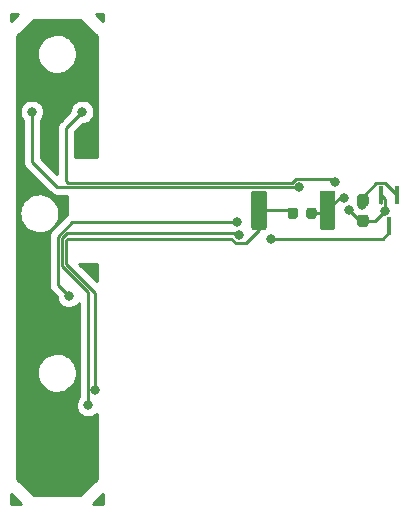
<source format=gbr>
%TF.GenerationSoftware,KiCad,Pcbnew,(5.99.0-2309-gaf729d578)*%
%TF.CreationDate,2020-09-01T21:57:29-04:00*%
%TF.ProjectId,flex,666c6578-2e6b-4696-9361-645f70636258,rev?*%
%TF.SameCoordinates,Original*%
%TF.FileFunction,Copper,L1,Top*%
%TF.FilePolarity,Positive*%
%FSLAX46Y46*%
G04 Gerber Fmt 4.6, Leading zero omitted, Abs format (unit mm)*
G04 Created by KiCad (PCBNEW (5.99.0-2309-gaf729d578)) date 2020-09-01 21:57:29*
%MOMM*%
%LPD*%
G01*
G04 APERTURE LIST*
%TA.AperFunction,SMDPad,CuDef*%
%ADD10R,0.450000X1.500000*%
%TD*%
%TA.AperFunction,ViaPad*%
%ADD11C,0.800000*%
%TD*%
%TA.AperFunction,Conductor*%
%ADD12C,0.250000*%
%TD*%
%TA.AperFunction,NonConductor*%
%ADD13C,0.254000*%
%TD*%
G04 APERTURE END LIST*
%TO.P,R3,2*%
%TO.N,Net-(D1-Pad2)*%
%TA.AperFunction,SMDPad,CuDef*%
G36*
G01*
X275150000Y-27993750D02*
X275150000Y-28506250D01*
G75*
G02*
X274931250Y-28725000I-218750J0D01*
G01*
X274493750Y-28725000D01*
G75*
G02*
X274275000Y-28506250I0J218750D01*
G01*
X274275000Y-27993750D01*
G75*
G02*
X274493750Y-27775000I218750J0D01*
G01*
X274931250Y-27775000D01*
G75*
G02*
X275150000Y-27993750I0J-218750D01*
G01*
G37*
%TD.AperFunction*%
%TO.P,R3,1*%
%TO.N,VIN*%
%TA.AperFunction,SMDPad,CuDef*%
G36*
G01*
X276725000Y-27993750D02*
X276725000Y-28506250D01*
G75*
G02*
X276506250Y-28725000I-218750J0D01*
G01*
X276068750Y-28725000D01*
G75*
G02*
X275850000Y-28506250I0J218750D01*
G01*
X275850000Y-27993750D01*
G75*
G02*
X276068750Y-27775000I218750J0D01*
G01*
X276506250Y-27775000D01*
G75*
G02*
X276725000Y-27993750I0J-218750D01*
G01*
G37*
%TD.AperFunction*%
%TD*%
%TO.P,R2,2*%
%TO.N,Net-(D1-Pad2)*%
%TA.AperFunction,SMDPad,CuDef*%
G36*
G01*
X272525000Y-26575000D02*
X272525000Y-29425000D01*
G75*
G02*
X272275000Y-29675000I-250000J0D01*
G01*
X271425000Y-29675000D01*
G75*
G02*
X271175000Y-29425000I0J250000D01*
G01*
X271175000Y-26575000D01*
G75*
G02*
X271425000Y-26325000I250000J0D01*
G01*
X272275000Y-26325000D01*
G75*
G02*
X272525000Y-26575000I0J-250000D01*
G01*
G37*
%TD.AperFunction*%
%TO.P,R2,1*%
%TO.N,VIN*%
%TA.AperFunction,SMDPad,CuDef*%
G36*
G01*
X278325000Y-26575000D02*
X278325000Y-29425000D01*
G75*
G02*
X278075000Y-29675000I-250000J0D01*
G01*
X277225000Y-29675000D01*
G75*
G02*
X276975000Y-29425000I0J250000D01*
G01*
X276975000Y-26575000D01*
G75*
G02*
X277225000Y-26325000I250000J0D01*
G01*
X278075000Y-26325000D01*
G75*
G02*
X278325000Y-26575000I0J-250000D01*
G01*
G37*
%TD.AperFunction*%
%TD*%
%TO.P,R1,2*%
%TO.N,GND*%
%TA.AperFunction,SMDPad,CuDef*%
G36*
G01*
X280412500Y-28361316D02*
X280887500Y-28361316D01*
G75*
G02*
X281125000Y-28598816I0J-237500D01*
G01*
X281125000Y-29173816D01*
G75*
G02*
X280887500Y-29411316I-237500J0D01*
G01*
X280412500Y-29411316D01*
G75*
G02*
X280175000Y-29173816I0J237500D01*
G01*
X280175000Y-28598816D01*
G75*
G02*
X280412500Y-28361316I237500J0D01*
G01*
G37*
%TD.AperFunction*%
%TO.P,R1,1*%
%TO.N,FLASHLIGHT*%
%TA.AperFunction,SMDPad,CuDef*%
G36*
G01*
X280412500Y-26611316D02*
X280887500Y-26611316D01*
G75*
G02*
X281125000Y-26848816I0J-237500D01*
G01*
X281125000Y-27423816D01*
G75*
G02*
X280887500Y-27661316I-237500J0D01*
G01*
X280412500Y-27661316D01*
G75*
G02*
X280175000Y-27423816I0J237500D01*
G01*
X280175000Y-26848816D01*
G75*
G02*
X280412500Y-26611316I237500J0D01*
G01*
G37*
%TD.AperFunction*%
%TD*%
D10*
%TO.P,Q1,3,D*%
%TO.N,Net-(D1-Pad1)*%
X282850000Y-29341316D03*
%TO.P,Q1,2,S*%
%TO.N,GND*%
X282200000Y-26681316D03*
%TO.P,Q1,1,G*%
%TO.N,FLASHLIGHT*%
X283500000Y-26681316D03*
%TD*%
D11*
%TO.N,Net-(D1-Pad1)*%
X270141863Y-30111296D03*
%TO.N,BUTTON4*%
X255750000Y-35250000D03*
X270000000Y-29000000D03*
%TO.N,Net-(D1-Pad1)*%
X272860621Y-30392622D03*
%TO.N,FLASHLIGHT*%
X280581702Y-27505718D03*
%TO.N,GND*%
X279500000Y-28000000D03*
%TO.N,VIN*%
X279069988Y-26929593D03*
%TO.N,GND*%
X275250000Y-26000000D03*
X252625000Y-19650000D03*
%TO.N,BUTTON2*%
X278250000Y-25561316D03*
X256875000Y-19650000D03*
%TO.N,GND*%
X282559026Y-28029513D03*
%TO.N,Net-(D1-Pad2)*%
X258000000Y-43250000D03*
%TO.N,Net-(D1-Pad1)*%
X257374990Y-44500000D03*
%TD*%
D12*
%TO.N,GND*%
X254500000Y-25750000D02*
X252625000Y-23875000D01*
X255776774Y-26000000D02*
X254750000Y-26000000D01*
X254750000Y-26000000D02*
X254500000Y-25750000D01*
%TO.N,Net-(D1-Pad1)*%
X255604356Y-29943754D02*
X269974321Y-29943754D01*
X269974321Y-29943754D02*
X270141863Y-30111296D01*
%TO.N,BUTTON4*%
X254824969Y-34324969D02*
X255750000Y-35250000D01*
%TO.N,Net-(D1-Pad2)*%
X271850000Y-28000000D02*
X271850000Y-29675000D01*
%TO.N,Net-(D1-Pad1)*%
X255174979Y-32674979D02*
X255174979Y-30373131D01*
%TO.N,Net-(D1-Pad2)*%
X269866863Y-30736306D02*
X269516861Y-30386304D01*
%TO.N,Net-(D1-Pad1)*%
X257374990Y-44500000D02*
X257374990Y-34874990D01*
%TO.N,BUTTON4*%
X254824969Y-30228153D02*
X254824969Y-34324969D01*
X270000000Y-29000000D02*
X256053122Y-29000000D01*
%TO.N,Net-(D1-Pad2)*%
X271850000Y-29675000D02*
X270788694Y-30736306D01*
%TO.N,BUTTON4*%
X256053122Y-29000000D02*
X254824969Y-30228153D01*
%TO.N,Net-(D1-Pad1)*%
X255174979Y-30373131D02*
X255604356Y-29943754D01*
%TO.N,Net-(D1-Pad2)*%
X269516861Y-30386304D02*
X256636304Y-30386304D01*
X270788694Y-30736306D02*
X269866863Y-30736306D01*
%TO.N,Net-(D1-Pad1)*%
X257374990Y-34874990D02*
X255174979Y-32674979D01*
%TO.N,Net-(D1-Pad2)*%
X274712500Y-28250000D02*
X274462500Y-28000000D01*
%TO.N,Net-(D1-Pad1)*%
X282850000Y-29866316D02*
X282323694Y-30392622D01*
%TO.N,Net-(D1-Pad2)*%
X274462500Y-28000000D02*
X271850000Y-28000000D01*
%TO.N,FLASHLIGHT*%
X280650000Y-27437420D02*
X280581702Y-27505718D01*
%TO.N,Net-(D1-Pad1)*%
X282850000Y-29341316D02*
X282850000Y-29866316D01*
X282323694Y-30392622D02*
X272860621Y-30392622D01*
%TO.N,FLASHLIGHT*%
X280650000Y-27136316D02*
X280650000Y-27437420D01*
%TO.N,BUTTON2*%
X255524990Y-25475010D02*
X255524990Y-25524990D01*
X278063683Y-25374999D02*
X278250000Y-25561316D01*
X255524990Y-25524990D02*
X255649989Y-25649989D01*
%TO.N,GND*%
X280650000Y-28886316D02*
X280386316Y-28886316D01*
%TO.N,BUTTON2*%
X274675009Y-25649989D02*
X274949999Y-25374999D01*
%TO.N,GND*%
X275250000Y-26000000D02*
X255776774Y-26000000D01*
X280386316Y-28886316D02*
X279500000Y-28000000D01*
%TO.N,VIN*%
X277650000Y-28000000D02*
X278720407Y-26929593D01*
%TO.N,BUTTON2*%
X274949999Y-25374999D02*
X278063683Y-25374999D01*
X255649989Y-25649989D02*
X274675009Y-25649989D01*
%TO.N,VIN*%
X278720407Y-26929593D02*
X279069988Y-26929593D01*
%TO.N,GND*%
X252625000Y-23875000D02*
X252625000Y-19650000D01*
%TO.N,BUTTON2*%
X255524990Y-25475010D02*
X255524990Y-21000010D01*
%TO.N,VIN*%
X276287500Y-28250000D02*
X277400000Y-28250000D01*
X277400000Y-28250000D02*
X277650000Y-28000000D01*
%TO.N,Net-(D1-Pad2)*%
X256613696Y-30386304D02*
X255656796Y-30386304D01*
X271850000Y-28000000D02*
X271850000Y-28400000D01*
%TO.N,BUTTON2*%
X255524990Y-21000010D02*
X256875000Y-19650000D01*
%TO.N,GND*%
X280650000Y-28886316D02*
X281702223Y-28886316D01*
X281702223Y-28886316D02*
X282559026Y-28029513D01*
X282200000Y-26681316D02*
X282559026Y-27040342D01*
X282559026Y-27040342D02*
X282559026Y-28029513D01*
%TO.N,Net-(D1-Pad2)*%
X255524990Y-30518110D02*
X255656796Y-30386304D01*
X258000000Y-43250000D02*
X258000000Y-34979526D01*
X255524990Y-32504516D02*
X255524990Y-30518110D01*
X258000000Y-34979526D02*
X255524990Y-32504516D01*
%TO.N,FLASHLIGHT*%
X283500000Y-26681316D02*
X282524999Y-25706315D01*
X282524999Y-25706315D02*
X281793685Y-25706315D01*
X281793685Y-25706315D02*
X280650000Y-26850000D01*
X280650000Y-26850000D02*
X280650000Y-27136316D01*
%TO.N,GND*%
X282200000Y-27336316D02*
X282200000Y-26681316D01*
%TD*%
D13*
X258624000Y-11984987D02*
X258018926Y-11376000D01*
X258624000Y-11376000D01*
X258624000Y-11984987D01*
%TA.AperFunction,NonConductor*%
G36*
X258624000Y-11984987D02*
G01*
X258018926Y-11376000D01*
X258624000Y-11376000D01*
X258624000Y-11984987D01*
G37*
%TD.AperFunction*%
X250876000Y-11984988D02*
X250876000Y-11376000D01*
X251481074Y-11376000D01*
X250876000Y-11984988D01*
%TA.AperFunction,NonConductor*%
G36*
X250876000Y-11984988D02*
G01*
X250876000Y-11376000D01*
X251481074Y-11376000D01*
X250876000Y-11984988D01*
G37*
%TD.AperFunction*%
X258116001Y-34019312D02*
X256634000Y-32537312D01*
X258116001Y-32537312D01*
X258116001Y-34019312D01*
%TA.AperFunction,NonConductor*%
G36*
X258116001Y-34019312D02*
G01*
X256634000Y-32537312D01*
X258116001Y-32537312D01*
X258116001Y-34019312D01*
G37*
%TD.AperFunction*%
X258116001Y-13272732D02*
X258116000Y-23453018D01*
X256285990Y-23469243D01*
X256285990Y-21315225D01*
X256915216Y-20686000D01*
X257003062Y-20686000D01*
X257019438Y-20683844D01*
X257266835Y-20617554D01*
X257282095Y-20611233D01*
X257503905Y-20483171D01*
X257517009Y-20473116D01*
X257698116Y-20292009D01*
X257708171Y-20278905D01*
X257836233Y-20057095D01*
X257842554Y-20041835D01*
X257908844Y-19794438D01*
X257911000Y-19778062D01*
X257911000Y-19521938D01*
X257908844Y-19505562D01*
X257842554Y-19258165D01*
X257836233Y-19242905D01*
X257708171Y-19021095D01*
X257698116Y-19007991D01*
X257517009Y-18826884D01*
X257503905Y-18816829D01*
X257282095Y-18688767D01*
X257266835Y-18682446D01*
X257019438Y-18616156D01*
X257003062Y-18614000D01*
X256746938Y-18614000D01*
X256730562Y-18616156D01*
X256483165Y-18682446D01*
X256467905Y-18688767D01*
X256246095Y-18816829D01*
X256232991Y-18826884D01*
X256051884Y-19007991D01*
X256041829Y-19021095D01*
X255913767Y-19242905D01*
X255907446Y-19258165D01*
X255841156Y-19505562D01*
X255839000Y-19521938D01*
X255839000Y-19609784D01*
X255057999Y-20390786D01*
X254908755Y-20540030D01*
X254897098Y-20556075D01*
X254874128Y-20601154D01*
X254844383Y-20642095D01*
X254835379Y-20659767D01*
X254819743Y-20707892D01*
X254796773Y-20752970D01*
X254790644Y-20771833D01*
X254782729Y-20821811D01*
X254767093Y-20869932D01*
X254763991Y-20889521D01*
X254763991Y-20950036D01*
X254763990Y-24937773D01*
X253386000Y-23559785D01*
X253386000Y-20354124D01*
X253448116Y-20292009D01*
X253458171Y-20278905D01*
X253586233Y-20057095D01*
X253592554Y-20041835D01*
X253658844Y-19794438D01*
X253661000Y-19778062D01*
X253661000Y-19521938D01*
X253658844Y-19505562D01*
X253592554Y-19258165D01*
X253586233Y-19242905D01*
X253458171Y-19021095D01*
X253448116Y-19007991D01*
X253267009Y-18826884D01*
X253253905Y-18816829D01*
X253032095Y-18688767D01*
X253016835Y-18682446D01*
X252769438Y-18616156D01*
X252753062Y-18614000D01*
X252496938Y-18614000D01*
X252480562Y-18616156D01*
X252233165Y-18682446D01*
X252217905Y-18688767D01*
X251996095Y-18816829D01*
X251982991Y-18826884D01*
X251801884Y-19007991D01*
X251791829Y-19021095D01*
X251663767Y-19242905D01*
X251657446Y-19258165D01*
X251591156Y-19505562D01*
X251589000Y-19521938D01*
X251589000Y-19778062D01*
X251591156Y-19794438D01*
X251657446Y-20041835D01*
X251663767Y-20057095D01*
X251791829Y-20278905D01*
X251801884Y-20292009D01*
X251864001Y-20354125D01*
X251864000Y-23930178D01*
X251864001Y-23930190D01*
X251864001Y-23985489D01*
X251867103Y-24005077D01*
X251882736Y-24053191D01*
X251890653Y-24103176D01*
X251896782Y-24122037D01*
X251919753Y-24167120D01*
X251935390Y-24215245D01*
X251944394Y-24232917D01*
X251974138Y-24273855D01*
X251997106Y-24318933D01*
X252008763Y-24334978D01*
X252165190Y-24491406D01*
X252165194Y-24491409D01*
X254000908Y-26327125D01*
X254000928Y-26327142D01*
X254123052Y-26449266D01*
X254123053Y-26449269D01*
X254290020Y-26616236D01*
X254306066Y-26627894D01*
X254351153Y-26650868D01*
X254392084Y-26680606D01*
X254409755Y-26689610D01*
X254457871Y-26705244D01*
X254502961Y-26728218D01*
X254521823Y-26734347D01*
X254571805Y-26742263D01*
X254619920Y-26757896D01*
X254639508Y-26760999D01*
X254694809Y-26760999D01*
X254694821Y-26761000D01*
X255624000Y-26761000D01*
X255624000Y-28364559D01*
X255609187Y-28372107D01*
X255593142Y-28383764D01*
X255553527Y-28423380D01*
X255553512Y-28423393D01*
X254365163Y-29611744D01*
X254365159Y-29611747D01*
X254208732Y-29768175D01*
X254197075Y-29784220D01*
X254174107Y-29829298D01*
X254144363Y-29870236D01*
X254135359Y-29887908D01*
X254119722Y-29936033D01*
X254096751Y-29981116D01*
X254090622Y-29999977D01*
X254082705Y-30049962D01*
X254067072Y-30098076D01*
X254063970Y-30117664D01*
X254063970Y-30172963D01*
X254063969Y-30172975D01*
X254063970Y-34224396D01*
X254063970Y-34435458D01*
X254067072Y-34455047D01*
X254082708Y-34503168D01*
X254090623Y-34553146D01*
X254096752Y-34572009D01*
X254119722Y-34617087D01*
X254135358Y-34665212D01*
X254144362Y-34682884D01*
X254174107Y-34723825D01*
X254197077Y-34768904D01*
X254208734Y-34784949D01*
X254251525Y-34827739D01*
X254714000Y-35290215D01*
X254714000Y-35378062D01*
X254716156Y-35394438D01*
X254782446Y-35641835D01*
X254788767Y-35657095D01*
X254916829Y-35878905D01*
X254926884Y-35892009D01*
X255107991Y-36073116D01*
X255121095Y-36083171D01*
X255342905Y-36211233D01*
X255358165Y-36217554D01*
X255605562Y-36283844D01*
X255621938Y-36286000D01*
X255878062Y-36286000D01*
X255894438Y-36283844D01*
X256141835Y-36217554D01*
X256157095Y-36211233D01*
X256378905Y-36083171D01*
X256392009Y-36073116D01*
X256573116Y-35892009D01*
X256583171Y-35878905D01*
X256613991Y-35825523D01*
X256613990Y-43795876D01*
X256551874Y-43857991D01*
X256541819Y-43871095D01*
X256413757Y-44092905D01*
X256407436Y-44108165D01*
X256341146Y-44355562D01*
X256338990Y-44371938D01*
X256338990Y-44628062D01*
X256341146Y-44644438D01*
X256407436Y-44891835D01*
X256413757Y-44907095D01*
X256541819Y-45128905D01*
X256551874Y-45142009D01*
X256732981Y-45323116D01*
X256746085Y-45333171D01*
X256967895Y-45461233D01*
X256983155Y-45467554D01*
X257230552Y-45533844D01*
X257246928Y-45536000D01*
X257503052Y-45536000D01*
X257519428Y-45533844D01*
X257766825Y-45467554D01*
X257782085Y-45461233D01*
X258003895Y-45333171D01*
X258016999Y-45323116D01*
X258116001Y-45224114D01*
X258116000Y-50738585D01*
X256736192Y-52127316D01*
X252763809Y-52127316D01*
X251384000Y-50738586D01*
X251384000Y-41737373D01*
X253060972Y-41737373D01*
X253079167Y-41997572D01*
X253080680Y-42007579D01*
X253140242Y-42261522D01*
X253143336Y-42271159D01*
X253242732Y-42512312D01*
X253247327Y-42521330D01*
X253384000Y-42743490D01*
X253389978Y-42751657D01*
X253560412Y-42949107D01*
X253567619Y-42956214D01*
X253767429Y-43123875D01*
X253775680Y-43129738D01*
X253999725Y-43263296D01*
X254008807Y-43267765D01*
X254251325Y-43363784D01*
X254261004Y-43366743D01*
X254515753Y-43422753D01*
X254525781Y-43424127D01*
X254786208Y-43438687D01*
X254796326Y-43438440D01*
X255055731Y-43411176D01*
X255065680Y-43409314D01*
X255317389Y-43340926D01*
X255326913Y-43337498D01*
X255564450Y-43229745D01*
X255573302Y-43224839D01*
X255790556Y-43080496D01*
X255798510Y-43074236D01*
X255989893Y-42897015D01*
X255996744Y-42889564D01*
X256157329Y-42684025D01*
X256162901Y-42675575D01*
X256288559Y-42447004D01*
X256292708Y-42437772D01*
X256380205Y-42192051D01*
X256382824Y-42182275D01*
X256429969Y-41925401D01*
X256431003Y-41914668D01*
X256434083Y-41620573D01*
X256433274Y-41609821D01*
X256391519Y-41352016D01*
X256389105Y-41342186D01*
X256306773Y-41094687D01*
X256302818Y-41085370D01*
X256181974Y-40854218D01*
X256176581Y-40845653D01*
X256020336Y-40636796D01*
X256013642Y-40629204D01*
X255826014Y-40448013D01*
X255818192Y-40441588D01*
X255604008Y-40292727D01*
X255595261Y-40287636D01*
X255360032Y-40174932D01*
X255350583Y-40171305D01*
X255100361Y-40097662D01*
X255090454Y-40095592D01*
X254831676Y-40062900D01*
X254821565Y-40062441D01*
X254560890Y-40071544D01*
X254550836Y-40072708D01*
X254294969Y-40123371D01*
X254285230Y-40126126D01*
X254040756Y-40217045D01*
X254031583Y-40221323D01*
X253804788Y-40350160D01*
X253796417Y-40355849D01*
X253593139Y-40519288D01*
X253585785Y-40526243D01*
X253411253Y-40720081D01*
X253405106Y-40728121D01*
X253263810Y-40947370D01*
X253259027Y-40956290D01*
X253154602Y-41195308D01*
X253151307Y-41204878D01*
X253086440Y-41457518D01*
X253084717Y-41467492D01*
X253061078Y-41727252D01*
X253060972Y-41737373D01*
X251384000Y-41737373D01*
X251384000Y-28237373D01*
X251560972Y-28237373D01*
X251579167Y-28497572D01*
X251580680Y-28507579D01*
X251640242Y-28761522D01*
X251643336Y-28771159D01*
X251742732Y-29012312D01*
X251747327Y-29021330D01*
X251884000Y-29243490D01*
X251889978Y-29251657D01*
X252060412Y-29449107D01*
X252067619Y-29456214D01*
X252267429Y-29623875D01*
X252275680Y-29629738D01*
X252499725Y-29763296D01*
X252508807Y-29767765D01*
X252751325Y-29863784D01*
X252761004Y-29866743D01*
X253015753Y-29922753D01*
X253025781Y-29924127D01*
X253286208Y-29938687D01*
X253296326Y-29938440D01*
X253555731Y-29911176D01*
X253565680Y-29909314D01*
X253817389Y-29840926D01*
X253826913Y-29837498D01*
X254064450Y-29729745D01*
X254073302Y-29724839D01*
X254290556Y-29580496D01*
X254298510Y-29574236D01*
X254489893Y-29397015D01*
X254496744Y-29389564D01*
X254657329Y-29184025D01*
X254662901Y-29175575D01*
X254788559Y-28947004D01*
X254792708Y-28937772D01*
X254880205Y-28692051D01*
X254882824Y-28682275D01*
X254929969Y-28425401D01*
X254931003Y-28414668D01*
X254934083Y-28120573D01*
X254933274Y-28109821D01*
X254891519Y-27852016D01*
X254889105Y-27842186D01*
X254806773Y-27594687D01*
X254802818Y-27585370D01*
X254681974Y-27354218D01*
X254676581Y-27345653D01*
X254520336Y-27136796D01*
X254513642Y-27129204D01*
X254326014Y-26948013D01*
X254318192Y-26941588D01*
X254104008Y-26792727D01*
X254095261Y-26787636D01*
X253860032Y-26674932D01*
X253850583Y-26671305D01*
X253600361Y-26597662D01*
X253590454Y-26595592D01*
X253331676Y-26562900D01*
X253321565Y-26562441D01*
X253060890Y-26571544D01*
X253050836Y-26572708D01*
X252794969Y-26623371D01*
X252785230Y-26626126D01*
X252540756Y-26717045D01*
X252531583Y-26721323D01*
X252304788Y-26850160D01*
X252296417Y-26855849D01*
X252093139Y-27019288D01*
X252085785Y-27026243D01*
X251911253Y-27220081D01*
X251905106Y-27228121D01*
X251763810Y-27447370D01*
X251759027Y-27456290D01*
X251654602Y-27695308D01*
X251651307Y-27704878D01*
X251586440Y-27957518D01*
X251584717Y-27967492D01*
X251561078Y-28227252D01*
X251560972Y-28237373D01*
X251384000Y-28237373D01*
X251384000Y-14737373D01*
X253060972Y-14737373D01*
X253079167Y-14997572D01*
X253080680Y-15007579D01*
X253140242Y-15261522D01*
X253143336Y-15271159D01*
X253242732Y-15512312D01*
X253247327Y-15521330D01*
X253384000Y-15743490D01*
X253389978Y-15751657D01*
X253560412Y-15949107D01*
X253567619Y-15956214D01*
X253767429Y-16123875D01*
X253775680Y-16129738D01*
X253999725Y-16263296D01*
X254008807Y-16267765D01*
X254251325Y-16363784D01*
X254261004Y-16366743D01*
X254515753Y-16422753D01*
X254525781Y-16424127D01*
X254786208Y-16438687D01*
X254796326Y-16438440D01*
X255055731Y-16411176D01*
X255065680Y-16409314D01*
X255317389Y-16340926D01*
X255326913Y-16337498D01*
X255564450Y-16229745D01*
X255573302Y-16224839D01*
X255790556Y-16080496D01*
X255798510Y-16074236D01*
X255989893Y-15897015D01*
X255996744Y-15889564D01*
X256157329Y-15684025D01*
X256162901Y-15675575D01*
X256288559Y-15447004D01*
X256292708Y-15437772D01*
X256380205Y-15192051D01*
X256382824Y-15182275D01*
X256429969Y-14925401D01*
X256431003Y-14914668D01*
X256434083Y-14620573D01*
X256433274Y-14609821D01*
X256391519Y-14352016D01*
X256389105Y-14342186D01*
X256306773Y-14094687D01*
X256302818Y-14085370D01*
X256181974Y-13854218D01*
X256176581Y-13845653D01*
X256020336Y-13636796D01*
X256013642Y-13629204D01*
X255826014Y-13448013D01*
X255818192Y-13441588D01*
X255604008Y-13292727D01*
X255595261Y-13287636D01*
X255360032Y-13174932D01*
X255350583Y-13171305D01*
X255100361Y-13097662D01*
X255090454Y-13095592D01*
X254831676Y-13062900D01*
X254821565Y-13062441D01*
X254560890Y-13071544D01*
X254550836Y-13072708D01*
X254294969Y-13123371D01*
X254285230Y-13126126D01*
X254040756Y-13217045D01*
X254031583Y-13221323D01*
X253804788Y-13350160D01*
X253796417Y-13355849D01*
X253593139Y-13519288D01*
X253585785Y-13526243D01*
X253411253Y-13720081D01*
X253405106Y-13728121D01*
X253263810Y-13947370D01*
X253259027Y-13956290D01*
X253154602Y-14195308D01*
X253151307Y-14204878D01*
X253086440Y-14457518D01*
X253084717Y-14467492D01*
X253061078Y-14727252D01*
X253060972Y-14737373D01*
X251384000Y-14737373D01*
X251384000Y-13272730D01*
X252763809Y-11884000D01*
X256736192Y-11884000D01*
X258116001Y-13272732D01*
%TA.AperFunction,NonConductor*%
G36*
X258116001Y-13272732D02*
G01*
X258116000Y-23453018D01*
X256285990Y-23469243D01*
X256285990Y-21315225D01*
X256915216Y-20686000D01*
X257003062Y-20686000D01*
X257019438Y-20683844D01*
X257266835Y-20617554D01*
X257282095Y-20611233D01*
X257503905Y-20483171D01*
X257517009Y-20473116D01*
X257698116Y-20292009D01*
X257708171Y-20278905D01*
X257836233Y-20057095D01*
X257842554Y-20041835D01*
X257908844Y-19794438D01*
X257911000Y-19778062D01*
X257911000Y-19521938D01*
X257908844Y-19505562D01*
X257842554Y-19258165D01*
X257836233Y-19242905D01*
X257708171Y-19021095D01*
X257698116Y-19007991D01*
X257517009Y-18826884D01*
X257503905Y-18816829D01*
X257282095Y-18688767D01*
X257266835Y-18682446D01*
X257019438Y-18616156D01*
X257003062Y-18614000D01*
X256746938Y-18614000D01*
X256730562Y-18616156D01*
X256483165Y-18682446D01*
X256467905Y-18688767D01*
X256246095Y-18816829D01*
X256232991Y-18826884D01*
X256051884Y-19007991D01*
X256041829Y-19021095D01*
X255913767Y-19242905D01*
X255907446Y-19258165D01*
X255841156Y-19505562D01*
X255839000Y-19521938D01*
X255839000Y-19609784D01*
X255057999Y-20390786D01*
X254908755Y-20540030D01*
X254897098Y-20556075D01*
X254874128Y-20601154D01*
X254844383Y-20642095D01*
X254835379Y-20659767D01*
X254819743Y-20707892D01*
X254796773Y-20752970D01*
X254790644Y-20771833D01*
X254782729Y-20821811D01*
X254767093Y-20869932D01*
X254763991Y-20889521D01*
X254763991Y-20950036D01*
X254763990Y-24937773D01*
X253386000Y-23559785D01*
X253386000Y-20354124D01*
X253448116Y-20292009D01*
X253458171Y-20278905D01*
X253586233Y-20057095D01*
X253592554Y-20041835D01*
X253658844Y-19794438D01*
X253661000Y-19778062D01*
X253661000Y-19521938D01*
X253658844Y-19505562D01*
X253592554Y-19258165D01*
X253586233Y-19242905D01*
X253458171Y-19021095D01*
X253448116Y-19007991D01*
X253267009Y-18826884D01*
X253253905Y-18816829D01*
X253032095Y-18688767D01*
X253016835Y-18682446D01*
X252769438Y-18616156D01*
X252753062Y-18614000D01*
X252496938Y-18614000D01*
X252480562Y-18616156D01*
X252233165Y-18682446D01*
X252217905Y-18688767D01*
X251996095Y-18816829D01*
X251982991Y-18826884D01*
X251801884Y-19007991D01*
X251791829Y-19021095D01*
X251663767Y-19242905D01*
X251657446Y-19258165D01*
X251591156Y-19505562D01*
X251589000Y-19521938D01*
X251589000Y-19778062D01*
X251591156Y-19794438D01*
X251657446Y-20041835D01*
X251663767Y-20057095D01*
X251791829Y-20278905D01*
X251801884Y-20292009D01*
X251864001Y-20354125D01*
X251864000Y-23930178D01*
X251864001Y-23930190D01*
X251864001Y-23985489D01*
X251867103Y-24005077D01*
X251882736Y-24053191D01*
X251890653Y-24103176D01*
X251896782Y-24122037D01*
X251919753Y-24167120D01*
X251935390Y-24215245D01*
X251944394Y-24232917D01*
X251974138Y-24273855D01*
X251997106Y-24318933D01*
X252008763Y-24334978D01*
X252165190Y-24491406D01*
X252165194Y-24491409D01*
X254000908Y-26327125D01*
X254000928Y-26327142D01*
X254123052Y-26449266D01*
X254123053Y-26449269D01*
X254290020Y-26616236D01*
X254306066Y-26627894D01*
X254351153Y-26650868D01*
X254392084Y-26680606D01*
X254409755Y-26689610D01*
X254457871Y-26705244D01*
X254502961Y-26728218D01*
X254521823Y-26734347D01*
X254571805Y-26742263D01*
X254619920Y-26757896D01*
X254639508Y-26760999D01*
X254694809Y-26760999D01*
X254694821Y-26761000D01*
X255624000Y-26761000D01*
X255624000Y-28364559D01*
X255609187Y-28372107D01*
X255593142Y-28383764D01*
X255553527Y-28423380D01*
X255553512Y-28423393D01*
X254365163Y-29611744D01*
X254365159Y-29611747D01*
X254208732Y-29768175D01*
X254197075Y-29784220D01*
X254174107Y-29829298D01*
X254144363Y-29870236D01*
X254135359Y-29887908D01*
X254119722Y-29936033D01*
X254096751Y-29981116D01*
X254090622Y-29999977D01*
X254082705Y-30049962D01*
X254067072Y-30098076D01*
X254063970Y-30117664D01*
X254063970Y-30172963D01*
X254063969Y-30172975D01*
X254063970Y-34224396D01*
X254063970Y-34435458D01*
X254067072Y-34455047D01*
X254082708Y-34503168D01*
X254090623Y-34553146D01*
X254096752Y-34572009D01*
X254119722Y-34617087D01*
X254135358Y-34665212D01*
X254144362Y-34682884D01*
X254174107Y-34723825D01*
X254197077Y-34768904D01*
X254208734Y-34784949D01*
X254251525Y-34827739D01*
X254714000Y-35290215D01*
X254714000Y-35378062D01*
X254716156Y-35394438D01*
X254782446Y-35641835D01*
X254788767Y-35657095D01*
X254916829Y-35878905D01*
X254926884Y-35892009D01*
X255107991Y-36073116D01*
X255121095Y-36083171D01*
X255342905Y-36211233D01*
X255358165Y-36217554D01*
X255605562Y-36283844D01*
X255621938Y-36286000D01*
X255878062Y-36286000D01*
X255894438Y-36283844D01*
X256141835Y-36217554D01*
X256157095Y-36211233D01*
X256378905Y-36083171D01*
X256392009Y-36073116D01*
X256573116Y-35892009D01*
X256583171Y-35878905D01*
X256613991Y-35825523D01*
X256613990Y-43795876D01*
X256551874Y-43857991D01*
X256541819Y-43871095D01*
X256413757Y-44092905D01*
X256407436Y-44108165D01*
X256341146Y-44355562D01*
X256338990Y-44371938D01*
X256338990Y-44628062D01*
X256341146Y-44644438D01*
X256407436Y-44891835D01*
X256413757Y-44907095D01*
X256541819Y-45128905D01*
X256551874Y-45142009D01*
X256732981Y-45323116D01*
X256746085Y-45333171D01*
X256967895Y-45461233D01*
X256983155Y-45467554D01*
X257230552Y-45533844D01*
X257246928Y-45536000D01*
X257503052Y-45536000D01*
X257519428Y-45533844D01*
X257766825Y-45467554D01*
X257782085Y-45461233D01*
X258003895Y-45333171D01*
X258016999Y-45323116D01*
X258116001Y-45224114D01*
X258116000Y-50738585D01*
X256736192Y-52127316D01*
X252763809Y-52127316D01*
X251384000Y-50738586D01*
X251384000Y-41737373D01*
X253060972Y-41737373D01*
X253079167Y-41997572D01*
X253080680Y-42007579D01*
X253140242Y-42261522D01*
X253143336Y-42271159D01*
X253242732Y-42512312D01*
X253247327Y-42521330D01*
X253384000Y-42743490D01*
X253389978Y-42751657D01*
X253560412Y-42949107D01*
X253567619Y-42956214D01*
X253767429Y-43123875D01*
X253775680Y-43129738D01*
X253999725Y-43263296D01*
X254008807Y-43267765D01*
X254251325Y-43363784D01*
X254261004Y-43366743D01*
X254515753Y-43422753D01*
X254525781Y-43424127D01*
X254786208Y-43438687D01*
X254796326Y-43438440D01*
X255055731Y-43411176D01*
X255065680Y-43409314D01*
X255317389Y-43340926D01*
X255326913Y-43337498D01*
X255564450Y-43229745D01*
X255573302Y-43224839D01*
X255790556Y-43080496D01*
X255798510Y-43074236D01*
X255989893Y-42897015D01*
X255996744Y-42889564D01*
X256157329Y-42684025D01*
X256162901Y-42675575D01*
X256288559Y-42447004D01*
X256292708Y-42437772D01*
X256380205Y-42192051D01*
X256382824Y-42182275D01*
X256429969Y-41925401D01*
X256431003Y-41914668D01*
X256434083Y-41620573D01*
X256433274Y-41609821D01*
X256391519Y-41352016D01*
X256389105Y-41342186D01*
X256306773Y-41094687D01*
X256302818Y-41085370D01*
X256181974Y-40854218D01*
X256176581Y-40845653D01*
X256020336Y-40636796D01*
X256013642Y-40629204D01*
X255826014Y-40448013D01*
X255818192Y-40441588D01*
X255604008Y-40292727D01*
X255595261Y-40287636D01*
X255360032Y-40174932D01*
X255350583Y-40171305D01*
X255100361Y-40097662D01*
X255090454Y-40095592D01*
X254831676Y-40062900D01*
X254821565Y-40062441D01*
X254560890Y-40071544D01*
X254550836Y-40072708D01*
X254294969Y-40123371D01*
X254285230Y-40126126D01*
X254040756Y-40217045D01*
X254031583Y-40221323D01*
X253804788Y-40350160D01*
X253796417Y-40355849D01*
X253593139Y-40519288D01*
X253585785Y-40526243D01*
X253411253Y-40720081D01*
X253405106Y-40728121D01*
X253263810Y-40947370D01*
X253259027Y-40956290D01*
X253154602Y-41195308D01*
X253151307Y-41204878D01*
X253086440Y-41457518D01*
X253084717Y-41467492D01*
X253061078Y-41727252D01*
X253060972Y-41737373D01*
X251384000Y-41737373D01*
X251384000Y-28237373D01*
X251560972Y-28237373D01*
X251579167Y-28497572D01*
X251580680Y-28507579D01*
X251640242Y-28761522D01*
X251643336Y-28771159D01*
X251742732Y-29012312D01*
X251747327Y-29021330D01*
X251884000Y-29243490D01*
X251889978Y-29251657D01*
X252060412Y-29449107D01*
X252067619Y-29456214D01*
X252267429Y-29623875D01*
X252275680Y-29629738D01*
X252499725Y-29763296D01*
X252508807Y-29767765D01*
X252751325Y-29863784D01*
X252761004Y-29866743D01*
X253015753Y-29922753D01*
X253025781Y-29924127D01*
X253286208Y-29938687D01*
X253296326Y-29938440D01*
X253555731Y-29911176D01*
X253565680Y-29909314D01*
X253817389Y-29840926D01*
X253826913Y-29837498D01*
X254064450Y-29729745D01*
X254073302Y-29724839D01*
X254290556Y-29580496D01*
X254298510Y-29574236D01*
X254489893Y-29397015D01*
X254496744Y-29389564D01*
X254657329Y-29184025D01*
X254662901Y-29175575D01*
X254788559Y-28947004D01*
X254792708Y-28937772D01*
X254880205Y-28692051D01*
X254882824Y-28682275D01*
X254929969Y-28425401D01*
X254931003Y-28414668D01*
X254934083Y-28120573D01*
X254933274Y-28109821D01*
X254891519Y-27852016D01*
X254889105Y-27842186D01*
X254806773Y-27594687D01*
X254802818Y-27585370D01*
X254681974Y-27354218D01*
X254676581Y-27345653D01*
X254520336Y-27136796D01*
X254513642Y-27129204D01*
X254326014Y-26948013D01*
X254318192Y-26941588D01*
X254104008Y-26792727D01*
X254095261Y-26787636D01*
X253860032Y-26674932D01*
X253850583Y-26671305D01*
X253600361Y-26597662D01*
X253590454Y-26595592D01*
X253331676Y-26562900D01*
X253321565Y-26562441D01*
X253060890Y-26571544D01*
X253050836Y-26572708D01*
X252794969Y-26623371D01*
X252785230Y-26626126D01*
X252540756Y-26717045D01*
X252531583Y-26721323D01*
X252304788Y-26850160D01*
X252296417Y-26855849D01*
X252093139Y-27019288D01*
X252085785Y-27026243D01*
X251911253Y-27220081D01*
X251905106Y-27228121D01*
X251763810Y-27447370D01*
X251759027Y-27456290D01*
X251654602Y-27695308D01*
X251651307Y-27704878D01*
X251586440Y-27957518D01*
X251584717Y-27967492D01*
X251561078Y-28227252D01*
X251560972Y-28237373D01*
X251384000Y-28237373D01*
X251384000Y-14737373D01*
X253060972Y-14737373D01*
X253079167Y-14997572D01*
X253080680Y-15007579D01*
X253140242Y-15261522D01*
X253143336Y-15271159D01*
X253242732Y-15512312D01*
X253247327Y-15521330D01*
X253384000Y-15743490D01*
X253389978Y-15751657D01*
X253560412Y-15949107D01*
X253567619Y-15956214D01*
X253767429Y-16123875D01*
X253775680Y-16129738D01*
X253999725Y-16263296D01*
X254008807Y-16267765D01*
X254251325Y-16363784D01*
X254261004Y-16366743D01*
X254515753Y-16422753D01*
X254525781Y-16424127D01*
X254786208Y-16438687D01*
X254796326Y-16438440D01*
X255055731Y-16411176D01*
X255065680Y-16409314D01*
X255317389Y-16340926D01*
X255326913Y-16337498D01*
X255564450Y-16229745D01*
X255573302Y-16224839D01*
X255790556Y-16080496D01*
X255798510Y-16074236D01*
X255989893Y-15897015D01*
X255996744Y-15889564D01*
X256157329Y-15684025D01*
X256162901Y-15675575D01*
X256288559Y-15447004D01*
X256292708Y-15437772D01*
X256380205Y-15192051D01*
X256382824Y-15182275D01*
X256429969Y-14925401D01*
X256431003Y-14914668D01*
X256434083Y-14620573D01*
X256433274Y-14609821D01*
X256391519Y-14352016D01*
X256389105Y-14342186D01*
X256306773Y-14094687D01*
X256302818Y-14085370D01*
X256181974Y-13854218D01*
X256176581Y-13845653D01*
X256020336Y-13636796D01*
X256013642Y-13629204D01*
X255826014Y-13448013D01*
X255818192Y-13441588D01*
X255604008Y-13292727D01*
X255595261Y-13287636D01*
X255360032Y-13174932D01*
X255350583Y-13171305D01*
X255100361Y-13097662D01*
X255090454Y-13095592D01*
X254831676Y-13062900D01*
X254821565Y-13062441D01*
X254560890Y-13071544D01*
X254550836Y-13072708D01*
X254294969Y-13123371D01*
X254285230Y-13126126D01*
X254040756Y-13217045D01*
X254031583Y-13221323D01*
X253804788Y-13350160D01*
X253796417Y-13355849D01*
X253593139Y-13519288D01*
X253585785Y-13526243D01*
X253411253Y-13720081D01*
X253405106Y-13728121D01*
X253263810Y-13947370D01*
X253259027Y-13956290D01*
X253154602Y-14195308D01*
X253151307Y-14204878D01*
X253086440Y-14457518D01*
X253084717Y-14467492D01*
X253061078Y-14727252D01*
X253060972Y-14737373D01*
X251384000Y-14737373D01*
X251384000Y-13272730D01*
X252763809Y-11884000D01*
X256736192Y-11884000D01*
X258116001Y-13272732D01*
G37*
%TD.AperFunction*%
X251718224Y-52873999D02*
X250876000Y-52873999D01*
X250876000Y-52026329D01*
X251718224Y-52873999D01*
%TA.AperFunction,NonConductor*%
G36*
X251718224Y-52873999D02*
G01*
X250876000Y-52873999D01*
X250876000Y-52026329D01*
X251718224Y-52873999D01*
G37*
%TD.AperFunction*%
X258624000Y-52874001D02*
X257781775Y-52874001D01*
X258624000Y-52026329D01*
X258624000Y-52874001D01*
%TA.AperFunction,NonConductor*%
G36*
X258624000Y-52874001D02*
G01*
X257781775Y-52874001D01*
X258624000Y-52026329D01*
X258624000Y-52874001D01*
G37*
%TD.AperFunction*%
M02*

</source>
